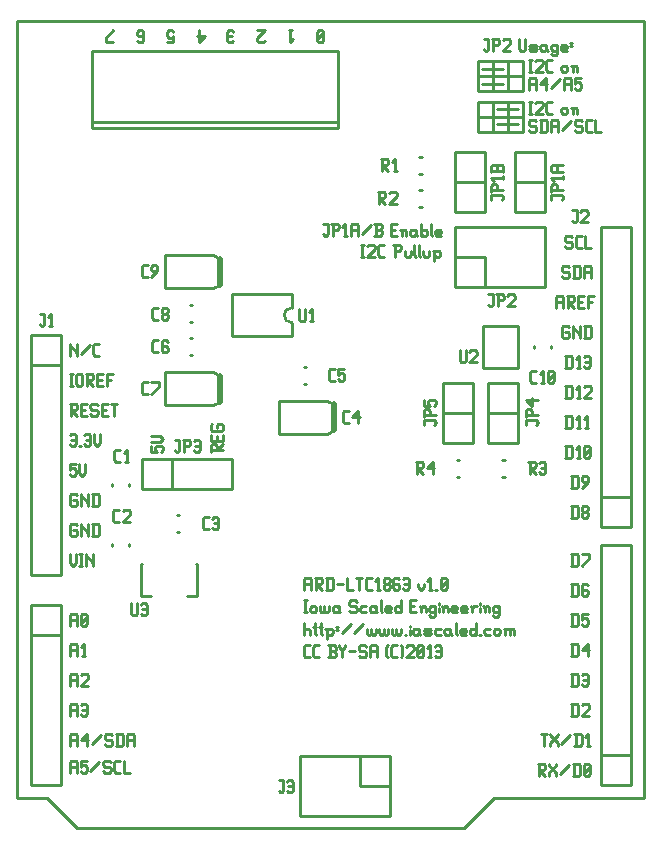
<source format=gbr>
G04 start of page 8 for group -4079 idx -4079 *
G04 Title: (unknown), topsilk *
G04 Creator: pcb 20110918 *
G04 CreationDate: Sat 02 Feb 2013 09:15:24 PM GMT UTC *
G04 For: petersen *
G04 Format: Gerber/RS-274X *
G04 PCB-Dimensions: 210000 270000 *
G04 PCB-Coordinate-Origin: lower left *
%MOIN*%
%FSLAX25Y25*%
%LNTOPSILK*%
%ADD61C,0.0200*%
%ADD60C,0.0100*%
G54D60*X209500Y269500D02*Y10500D01*
X159500D02*X149500Y500D01*
X209500Y10500D02*X159500D01*
X160500Y240100D02*X167500D01*
X160500Y235100D02*X167500D01*
X149500Y500D02*X20500D01*
X500Y10500D02*X10500D01*
X20500Y500D02*X10500Y10500D01*
X500D02*Y269500D01*
X209500D01*
X154000Y246100D02*X169000D01*
Y251100D02*X154000D01*
Y256100D02*X169000D01*
Y246100D01*
X164000Y256100D02*Y246100D01*
X159000Y256100D02*Y246100D01*
X154000Y256100D02*Y246100D01*
Y232600D02*X169000D01*
Y237600D02*X154000D01*
Y242600D02*X169000D01*
Y232600D01*
X164000Y242600D02*Y232600D01*
X159000Y242600D02*Y232600D01*
X154000Y242600D02*Y232600D01*
X155500Y253600D02*X162500D01*
X155500Y248600D02*X162500D01*
X18000Y22500D02*Y19000D01*
Y22500D02*X18500Y23000D01*
X20000D01*
X20500Y22500D01*
Y19000D01*
X18000Y21000D02*X20500D01*
X21700Y23000D02*X23700D01*
X21700D02*Y21000D01*
X22200Y21500D01*
X23200D01*
X23700Y21000D01*
Y19500D01*
X23200Y19000D02*X23700Y19500D01*
X22200Y19000D02*X23200D01*
X21700Y19500D02*X22200Y19000D01*
X24900Y19500D02*X27900Y22500D01*
X31100Y23000D02*X31600Y22500D01*
X29600Y23000D02*X31100D01*
X29100Y22500D02*X29600Y23000D01*
X29100Y22500D02*Y21500D01*
X29600Y21000D01*
X31100D01*
X31600Y20500D01*
Y19500D01*
X31100Y19000D02*X31600Y19500D01*
X29600Y19000D02*X31100D01*
X29100Y19500D02*X29600Y19000D01*
X33300D02*X34800D01*
X32800Y19500D02*X33300Y19000D01*
X32800Y22500D02*Y19500D01*
Y22500D02*X33300Y23000D01*
X34800D01*
X36000D02*Y19000D01*
X38000D01*
X18000Y31500D02*Y28000D01*
Y31500D02*X18500Y32000D01*
X20000D01*
X20500Y31500D01*
Y28000D01*
X18000Y30000D02*X20500D01*
X21700D02*X23700Y32000D01*
X21700Y30000D02*X24200D01*
X23700Y32000D02*Y28000D01*
X25400Y28500D02*X28400Y31500D01*
X31600Y32000D02*X32100Y31500D01*
X30100Y32000D02*X31600D01*
X29600Y31500D02*X30100Y32000D01*
X29600Y31500D02*Y30500D01*
X30100Y30000D01*
X31600D01*
X32100Y29500D01*
Y28500D01*
X31600Y28000D02*X32100Y28500D01*
X30100Y28000D02*X31600D01*
X29600Y28500D02*X30100Y28000D01*
X33800Y32000D02*Y28000D01*
X35300Y32000D02*X35800Y31500D01*
Y28500D01*
X35300Y28000D02*X35800Y28500D01*
X33300Y28000D02*X35300D01*
X33300Y32000D02*X35300D01*
X37000Y31500D02*Y28000D01*
Y31500D02*X37500Y32000D01*
X39000D01*
X39500Y31500D01*
Y28000D01*
X37000Y30000D02*X39500D01*
X18000Y41500D02*Y38000D01*
Y41500D02*X18500Y42000D01*
X20000D01*
X20500Y41500D01*
Y38000D01*
X18000Y40000D02*X20500D01*
X21700Y41500D02*X22200Y42000D01*
X23200D01*
X23700Y41500D01*
Y38500D01*
X23200Y38000D02*X23700Y38500D01*
X22200Y38000D02*X23200D01*
X21700Y38500D02*X22200Y38000D01*
Y40000D02*X23700D01*
X18000Y51500D02*Y48000D01*
Y51500D02*X18500Y52000D01*
X20000D01*
X20500Y51500D01*
Y48000D01*
X18000Y50000D02*X20500D01*
X21700Y51500D02*X22200Y52000D01*
X23700D01*
X24200Y51500D01*
Y50500D01*
X21700Y48000D02*X24200Y50500D01*
X21700Y48000D02*X24200D01*
X18000Y61500D02*Y58000D01*
Y61500D02*X18500Y62000D01*
X20000D01*
X20500Y61500D01*
Y58000D01*
X18000Y60000D02*X20500D01*
X22200Y58000D02*X23200D01*
X22700Y62000D02*Y58000D01*
X21700Y61000D02*X22700Y62000D01*
X18000Y71500D02*Y68000D01*
Y71500D02*X18500Y72000D01*
X20000D01*
X20500Y71500D01*
Y68000D01*
X18000Y70000D02*X20500D01*
X21700Y68500D02*X22200Y68000D01*
X21700Y71500D02*Y68500D01*
Y71500D02*X22200Y72000D01*
X23200D01*
X23700Y71500D01*
Y68500D01*
X23200Y68000D02*X23700Y68500D01*
X22200Y68000D02*X23200D01*
X21700Y69000D02*X23700Y71000D01*
X18000Y122000D02*X20000D01*
X18000D02*Y120000D01*
X18500Y120500D01*
X19500D01*
X20000Y120000D01*
Y118500D01*
X19500Y118000D02*X20000Y118500D01*
X18500Y118000D02*X19500D01*
X18000Y118500D02*X18500Y118000D01*
X21200Y122000D02*Y119000D01*
X22200Y118000D01*
X23200Y119000D01*
Y122000D02*Y119000D01*
X45000Y128000D02*Y126000D01*
X47000D01*
X46500Y126500D01*
Y127500D02*Y126500D01*
Y127500D02*X47000Y128000D01*
X48500D01*
X49000Y127500D02*X48500Y128000D01*
X49000Y127500D02*Y126500D01*
X48500Y126000D02*X49000Y126500D01*
X45000Y129200D02*X48000D01*
X49000Y130200D01*
X48000Y131200D01*
X45000D02*X48000D01*
X65000Y128000D02*Y126000D01*
Y128000D02*X65500Y128500D01*
X66500D01*
X67000Y128000D02*X66500Y128500D01*
X67000Y128000D02*Y126500D01*
X65000D02*X69000D01*
X67000D02*X69000Y128500D01*
X67000Y131200D02*Y129700D01*
X69000Y131700D02*Y129700D01*
X65000D02*X69000D01*
X65000Y131700D02*Y129700D01*
Y134900D02*X65500Y135400D01*
X65000Y134900D02*Y133400D01*
X65500Y132900D02*X65000Y133400D01*
X65500Y132900D02*X68500D01*
X69000Y133400D01*
Y134900D02*Y133400D01*
Y134900D02*X68500Y135400D01*
X67500D02*X68500D01*
X67000Y134900D02*X67500Y135400D01*
X67000Y134900D02*Y133900D01*
X18000Y131500D02*X18500Y132000D01*
X19500D01*
X20000Y131500D01*
Y128500D01*
X19500Y128000D02*X20000Y128500D01*
X18500Y128000D02*X19500D01*
X18000Y128500D02*X18500Y128000D01*
Y130000D02*X20000D01*
X21200Y128000D02*X21700D01*
X22900Y131500D02*X23400Y132000D01*
X24400D01*
X24900Y131500D01*
Y128500D01*
X24400Y128000D02*X24900Y128500D01*
X23400Y128000D02*X24400D01*
X22900Y128500D02*X23400Y128000D01*
Y130000D02*X24900D01*
X26100Y132000D02*Y129000D01*
X27100Y128000D01*
X28100Y129000D01*
Y132000D02*Y129000D01*
X18000Y152000D02*X19000D01*
X18500D02*Y148000D01*
X18000D02*X19000D01*
X20200Y151500D02*Y148500D01*
Y151500D02*X20700Y152000D01*
X21700D01*
X22200Y151500D01*
Y148500D01*
X21700Y148000D02*X22200Y148500D01*
X20700Y148000D02*X21700D01*
X20200Y148500D02*X20700Y148000D01*
X23400Y152000D02*X25400D01*
X25900Y151500D01*
Y150500D01*
X25400Y150000D02*X25900Y150500D01*
X23900Y150000D02*X25400D01*
X23900Y152000D02*Y148000D01*
Y150000D02*X25900Y148000D01*
X27100Y150000D02*X28600D01*
X27100Y148000D02*X29100D01*
X27100Y152000D02*Y148000D01*
Y152000D02*X29100D01*
X30300D02*Y148000D01*
Y152000D02*X32300D01*
X30300Y150000D02*X31800D01*
X18000Y142000D02*X20000D01*
X20500Y141500D01*
Y140500D01*
X20000Y140000D02*X20500Y140500D01*
X18500Y140000D02*X20000D01*
X18500Y142000D02*Y138000D01*
Y140000D02*X20500Y138000D01*
X21700Y140000D02*X23200D01*
X21700Y138000D02*X23700D01*
X21700Y142000D02*Y138000D01*
Y142000D02*X23700D01*
X26900D02*X27400Y141500D01*
X25400Y142000D02*X26900D01*
X24900Y141500D02*X25400Y142000D01*
X24900Y141500D02*Y140500D01*
X25400Y140000D01*
X26900D01*
X27400Y139500D01*
Y138500D01*
X26900Y138000D02*X27400Y138500D01*
X25400Y138000D02*X26900D01*
X24900Y138500D02*X25400Y138000D01*
X28600Y140000D02*X30100D01*
X28600Y138000D02*X30600D01*
X28600Y142000D02*Y138000D01*
Y142000D02*X30600D01*
X31800D02*X33800D01*
X32800D02*Y138000D01*
X18000Y162000D02*Y158000D01*
Y162000D02*Y161500D01*
X20500Y159000D01*
Y162000D02*Y158000D01*
X21700Y158500D02*X24700Y161500D01*
X26400Y158000D02*X27900D01*
X25900Y158500D02*X26400Y158000D01*
X25900Y161500D02*Y158500D01*
Y161500D02*X26400Y162000D01*
X27900D01*
X18000Y92000D02*Y89000D01*
X19000Y88000D01*
X20000Y89000D01*
Y92000D02*Y89000D01*
X21200Y92000D02*X22200D01*
X21700D02*Y88000D01*
X21200D02*X22200D01*
X23400Y92000D02*Y88000D01*
Y92000D02*Y91500D01*
X25900Y89000D01*
Y92000D02*Y88000D01*
X20000Y102000D02*X20500Y101500D01*
X18500Y102000D02*X20000D01*
X18000Y101500D02*X18500Y102000D01*
X18000Y101500D02*Y98500D01*
X18500Y98000D01*
X20000D01*
X20500Y98500D01*
Y99500D02*Y98500D01*
X20000Y100000D02*X20500Y99500D01*
X19000Y100000D02*X20000D01*
X21700Y102000D02*Y98000D01*
Y102000D02*Y101500D01*
X24200Y99000D01*
Y102000D02*Y98000D01*
X25900Y102000D02*Y98000D01*
X27400Y102000D02*X27900Y101500D01*
Y98500D01*
X27400Y98000D02*X27900Y98500D01*
X25400Y98000D02*X27400D01*
X25400Y102000D02*X27400D01*
X20000Y112000D02*X20500Y111500D01*
X18500Y112000D02*X20000D01*
X18000Y111500D02*X18500Y112000D01*
X18000Y111500D02*Y108500D01*
X18500Y108000D01*
X20000D01*
X20500Y108500D01*
Y109500D02*Y108500D01*
X20000Y110000D02*X20500Y109500D01*
X19000Y110000D02*X20000D01*
X21700Y112000D02*Y108000D01*
Y112000D02*Y111500D01*
X24200Y109000D01*
Y112000D02*Y108000D01*
X25900Y112000D02*Y108000D01*
X27400Y112000D02*X27900Y111500D01*
Y108500D01*
X27400Y108000D02*X27900Y108500D01*
X25400Y108000D02*X27400D01*
X25400Y112000D02*X27400D01*
X185500Y108000D02*Y104000D01*
X187000Y108000D02*X187500Y107500D01*
Y104500D01*
X187000Y104000D02*X187500Y104500D01*
X185000Y104000D02*X187000D01*
X185000Y108000D02*X187000D01*
X188700Y104500D02*X189200Y104000D01*
X188700Y105500D02*Y104500D01*
Y105500D02*X189200Y106000D01*
X190200D01*
X190700Y105500D01*
Y104500D01*
X190200Y104000D02*X190700Y104500D01*
X189200Y104000D02*X190200D01*
X188700Y106500D02*X189200Y106000D01*
X188700Y107500D02*Y106500D01*
Y107500D02*X189200Y108000D01*
X190200D01*
X190700Y107500D01*
Y106500D01*
X190200Y106000D02*X190700Y106500D01*
X183500Y158000D02*Y154000D01*
X185000Y158000D02*X185500Y157500D01*
Y154500D01*
X185000Y154000D02*X185500Y154500D01*
X183000Y154000D02*X185000D01*
X183000Y158000D02*X185000D01*
X187200Y154000D02*X188200D01*
X187700Y158000D02*Y154000D01*
X186700Y157000D02*X187700Y158000D01*
X189400Y157500D02*X189900Y158000D01*
X190900D01*
X191400Y157500D01*
Y154500D01*
X190900Y154000D02*X191400Y154500D01*
X189900Y154000D02*X190900D01*
X189400Y154500D02*X189900Y154000D01*
Y156000D02*X191400D01*
X183500Y148000D02*Y144000D01*
X185000Y148000D02*X185500Y147500D01*
Y144500D01*
X185000Y144000D02*X185500Y144500D01*
X183000Y144000D02*X185000D01*
X183000Y148000D02*X185000D01*
X187200Y144000D02*X188200D01*
X187700Y148000D02*Y144000D01*
X186700Y147000D02*X187700Y148000D01*
X189400Y147500D02*X189900Y148000D01*
X191400D01*
X191900Y147500D01*
Y146500D01*
X189400Y144000D02*X191900Y146500D01*
X189400Y144000D02*X191900D01*
X183500Y138000D02*Y134000D01*
X185000Y138000D02*X185500Y137500D01*
Y134500D01*
X185000Y134000D02*X185500Y134500D01*
X183000Y134000D02*X185000D01*
X183000Y138000D02*X185000D01*
X187200Y134000D02*X188200D01*
X187700Y138000D02*Y134000D01*
X186700Y137000D02*X187700Y138000D01*
X189900Y134000D02*X190900D01*
X190400Y138000D02*Y134000D01*
X189400Y137000D02*X190400Y138000D01*
X183500Y128000D02*Y124000D01*
X185000Y128000D02*X185500Y127500D01*
Y124500D01*
X185000Y124000D02*X185500Y124500D01*
X183000Y124000D02*X185000D01*
X183000Y128000D02*X185000D01*
X187200Y124000D02*X188200D01*
X187700Y128000D02*Y124000D01*
X186700Y127000D02*X187700Y128000D01*
X189400Y124500D02*X189900Y124000D01*
X189400Y127500D02*Y124500D01*
Y127500D02*X189900Y128000D01*
X190900D01*
X191400Y127500D01*
Y124500D01*
X190900Y124000D02*X191400Y124500D01*
X189900Y124000D02*X190900D01*
X189400Y125000D02*X191400Y127000D01*
X185500Y118000D02*Y114000D01*
X187000Y118000D02*X187500Y117500D01*
Y114500D01*
X187000Y114000D02*X187500Y114500D01*
X185000Y114000D02*X187000D01*
X185000Y118000D02*X187000D01*
X188700Y114000D02*X190700Y116000D01*
Y117500D02*Y116000D01*
X190200Y118000D02*X190700Y117500D01*
X189200Y118000D02*X190200D01*
X188700Y117500D02*X189200Y118000D01*
X188700Y117500D02*Y116500D01*
X189200Y116000D01*
X190700D01*
X180000Y177500D02*Y174000D01*
Y177500D02*X180500Y178000D01*
X182000D01*
X182500Y177500D01*
Y174000D01*
X180000Y176000D02*X182500D01*
X183700Y178000D02*X185700D01*
X186200Y177500D01*
Y176500D01*
X185700Y176000D02*X186200Y176500D01*
X184200Y176000D02*X185700D01*
X184200Y178000D02*Y174000D01*
Y176000D02*X186200Y174000D01*
X187400Y176000D02*X188900D01*
X187400Y174000D02*X189400D01*
X187400Y178000D02*Y174000D01*
Y178000D02*X189400D01*
X190600D02*Y174000D01*
Y178000D02*X192600D01*
X190600Y176000D02*X192100D01*
X184000Y188000D02*X184500Y187500D01*
X182500Y188000D02*X184000D01*
X182000Y187500D02*X182500Y188000D01*
X182000Y187500D02*Y186500D01*
X182500Y186000D01*
X184000D01*
X184500Y185500D01*
Y184500D01*
X184000Y184000D02*X184500Y184500D01*
X182500Y184000D02*X184000D01*
X182000Y184500D02*X182500Y184000D01*
X186200Y188000D02*Y184000D01*
X187700Y188000D02*X188200Y187500D01*
Y184500D01*
X187700Y184000D02*X188200Y184500D01*
X185700Y184000D02*X187700D01*
X185700Y188000D02*X187700D01*
X189400Y187500D02*Y184000D01*
Y187500D02*X189900Y188000D01*
X191400D01*
X191900Y187500D01*
Y184000D01*
X189400Y186000D02*X191900D01*
X185000Y198000D02*X185500Y197500D01*
X183500Y198000D02*X185000D01*
X183000Y197500D02*X183500Y198000D01*
X183000Y197500D02*Y196500D01*
X183500Y196000D01*
X185000D01*
X185500Y195500D01*
Y194500D01*
X185000Y194000D02*X185500Y194500D01*
X183500Y194000D02*X185000D01*
X183000Y194500D02*X183500Y194000D01*
X187200D02*X188700D01*
X186700Y194500D02*X187200Y194000D01*
X186700Y197500D02*Y194500D01*
Y197500D02*X187200Y198000D01*
X188700D01*
X189900D02*Y194000D01*
X191900D01*
X184000Y168000D02*X184500Y167500D01*
X182500Y168000D02*X184000D01*
X182000Y167500D02*X182500Y168000D01*
X182000Y167500D02*Y164500D01*
X182500Y164000D01*
X184000D01*
X184500Y164500D01*
Y165500D02*Y164500D01*
X184000Y166000D02*X184500Y165500D01*
X183000Y166000D02*X184000D01*
X185700Y168000D02*Y164000D01*
Y168000D02*Y167500D01*
X188200Y165000D01*
Y168000D02*Y164000D01*
X189900Y168000D02*Y164000D01*
X191400Y168000D02*X191900Y167500D01*
Y164500D01*
X191400Y164000D02*X191900Y164500D01*
X189400Y164000D02*X191400D01*
X189400Y168000D02*X191400D01*
X115000Y195000D02*X116000D01*
X115500D02*Y191000D01*
X115000D02*X116000D01*
X117200Y194500D02*X117700Y195000D01*
X119200D01*
X119700Y194500D01*
Y193500D01*
X117200Y191000D02*X119700Y193500D01*
X117200Y191000D02*X119700D01*
X121400D02*X122900D01*
X120900Y191500D02*X121400Y191000D01*
X120900Y194500D02*Y191500D01*
Y194500D02*X121400Y195000D01*
X122900D01*
X126400D02*Y191000D01*
X125900Y195000D02*X127900D01*
X128400Y194500D01*
Y193500D01*
X127900Y193000D02*X128400Y193500D01*
X126400Y193000D02*X127900D01*
X129600D02*Y191500D01*
X130100Y191000D01*
X131100D01*
X131600Y191500D01*
Y193000D02*Y191500D01*
X132800Y195000D02*Y191500D01*
X133300Y191000D01*
X134300Y195000D02*Y191500D01*
X134800Y191000D01*
X135800Y193000D02*Y191500D01*
X136300Y191000D01*
X137300D01*
X137800Y191500D01*
Y193000D02*Y191500D01*
X139500Y192500D02*Y189500D01*
X139000Y193000D02*X139500Y192500D01*
X140000Y193000D01*
X141000D01*
X141500Y192500D01*
Y191500D01*
X141000Y191000D02*X141500Y191500D01*
X140000Y191000D02*X141000D01*
X139500Y191500D02*X140000Y191000D01*
X102500Y202000D02*X104000D01*
Y198500D01*
X103500Y198000D02*X104000Y198500D01*
X103000Y198000D02*X103500D01*
X102500Y198500D02*X103000Y198000D01*
X105700Y202000D02*Y198000D01*
X105200Y202000D02*X107200D01*
X107700Y201500D01*
Y200500D01*
X107200Y200000D02*X107700Y200500D01*
X105700Y200000D02*X107200D01*
X109400Y198000D02*X110400D01*
X109900Y202000D02*Y198000D01*
X108900Y201000D02*X109900Y202000D01*
X111600Y201500D02*Y198000D01*
Y201500D02*X112100Y202000D01*
X113600D01*
X114100Y201500D01*
Y198000D01*
X111600Y200000D02*X114100D01*
X115300Y198500D02*X118300Y201500D01*
X119500Y198000D02*X121500D01*
X122000Y198500D01*
Y199500D02*Y198500D01*
X121500Y200000D02*X122000Y199500D01*
X120000Y200000D02*X121500D01*
X120000Y202000D02*Y198000D01*
X119500Y202000D02*X121500D01*
X122000Y201500D01*
Y200500D01*
X121500Y200000D02*X122000Y200500D01*
X125000Y200000D02*X126500D01*
X125000Y198000D02*X127000D01*
X125000Y202000D02*Y198000D01*
Y202000D02*X127000D01*
X128700Y199500D02*Y198000D01*
Y199500D02*X129200Y200000D01*
X129700D01*
X130200Y199500D01*
Y198000D01*
X128200Y200000D02*X128700Y199500D01*
X132900Y200000D02*X133400Y199500D01*
X131900Y200000D02*X132900D01*
X131400Y199500D02*X131900Y200000D01*
X131400Y199500D02*Y198500D01*
X131900Y198000D01*
X133400Y200000D02*Y198500D01*
X133900Y198000D01*
X131900D02*X132900D01*
X133400Y198500D01*
X135100Y202000D02*Y198000D01*
Y198500D02*X135600Y198000D01*
X136600D01*
X137100Y198500D01*
Y199500D02*Y198500D01*
X136600Y200000D02*X137100Y199500D01*
X135600Y200000D02*X136600D01*
X135100Y199500D02*X135600Y200000D01*
X138300Y202000D02*Y198500D01*
X138800Y198000D01*
X140300D02*X141800D01*
X139800Y198500D02*X140300Y198000D01*
X139800Y199500D02*Y198500D01*
Y199500D02*X140300Y200000D01*
X141300D01*
X141800Y199500D01*
X139800Y199000D02*X141800D01*
Y199500D02*Y199000D01*
X185500Y52000D02*Y48000D01*
X187000Y52000D02*X187500Y51500D01*
Y48500D01*
X187000Y48000D02*X187500Y48500D01*
X185000Y48000D02*X187000D01*
X185000Y52000D02*X187000D01*
X188700Y51500D02*X189200Y52000D01*
X190200D01*
X190700Y51500D01*
Y48500D01*
X190200Y48000D02*X190700Y48500D01*
X189200Y48000D02*X190200D01*
X188700Y48500D02*X189200Y48000D01*
Y50000D02*X190700D01*
X185500Y62000D02*Y58000D01*
X187000Y62000D02*X187500Y61500D01*
Y58500D01*
X187000Y58000D02*X187500Y58500D01*
X185000Y58000D02*X187000D01*
X185000Y62000D02*X187000D01*
X188700Y60000D02*X190700Y62000D01*
X188700Y60000D02*X191200D01*
X190700Y62000D02*Y58000D01*
X185500Y42000D02*Y38000D01*
X187000Y42000D02*X187500Y41500D01*
Y38500D01*
X187000Y38000D02*X187500Y38500D01*
X185000Y38000D02*X187000D01*
X185000Y42000D02*X187000D01*
X188700Y41500D02*X189200Y42000D01*
X190700D01*
X191200Y41500D01*
Y40500D01*
X188700Y38000D02*X191200Y40500D01*
X188700Y38000D02*X191200D01*
X174000Y22000D02*X176000D01*
X176500Y21500D01*
Y20500D01*
X176000Y20000D02*X176500Y20500D01*
X174500Y20000D02*X176000D01*
X174500Y22000D02*Y18000D01*
Y20000D02*X176500Y18000D01*
X177700Y22000D02*Y21500D01*
X180200Y19000D01*
Y18000D01*
X177700Y19000D02*Y18000D01*
Y19000D02*X180200Y21500D01*
Y22000D02*Y21500D01*
X181400Y18500D02*X184400Y21500D01*
X186100Y22000D02*Y18000D01*
X187600Y22000D02*X188100Y21500D01*
Y18500D01*
X187600Y18000D02*X188100Y18500D01*
X185600Y18000D02*X187600D01*
X185600Y22000D02*X187600D01*
X189300Y18500D02*X189800Y18000D01*
X189300Y21500D02*Y18500D01*
Y21500D02*X189800Y22000D01*
X190800D01*
X191300Y21500D01*
Y18500D01*
X190800Y18000D02*X191300Y18500D01*
X189800Y18000D02*X190800D01*
X189300Y19000D02*X191300Y21000D01*
X175000Y32000D02*X177000D01*
X176000D02*Y28000D01*
X178200Y32000D02*Y31500D01*
X180700Y29000D01*
Y28000D01*
X178200Y29000D02*Y28000D01*
Y29000D02*X180700Y31500D01*
Y32000D02*Y31500D01*
X181900Y28500D02*X184900Y31500D01*
X186600Y32000D02*Y28000D01*
X188100Y32000D02*X188600Y31500D01*
Y28500D01*
X188100Y28000D02*X188600Y28500D01*
X186100Y28000D02*X188100D01*
X186100Y32000D02*X188100D01*
X190300Y28000D02*X191300D01*
X190800Y32000D02*Y28000D01*
X189800Y31000D02*X190800Y32000D01*
X185500Y92000D02*Y88000D01*
X187000Y92000D02*X187500Y91500D01*
Y88500D01*
X187000Y88000D02*X187500Y88500D01*
X185000Y88000D02*X187000D01*
X185000Y92000D02*X187000D01*
X188700Y88000D02*X191200Y90500D01*
Y92000D02*Y90500D01*
X188700Y92000D02*X191200D01*
X96000Y83500D02*Y80000D01*
Y83500D02*X96500Y84000D01*
X98000D01*
X98500Y83500D01*
Y80000D01*
X96000Y82000D02*X98500D01*
X99700Y84000D02*X101700D01*
X102200Y83500D01*
Y82500D01*
X101700Y82000D02*X102200Y82500D01*
X100200Y82000D02*X101700D01*
X100200Y84000D02*Y80000D01*
Y82000D02*X102200Y80000D01*
X103900Y84000D02*Y80000D01*
X105400Y84000D02*X105900Y83500D01*
Y80500D01*
X105400Y80000D02*X105900Y80500D01*
X103400Y80000D02*X105400D01*
X103400Y84000D02*X105400D01*
X107100Y82000D02*X109100D01*
X110300Y84000D02*Y80000D01*
X112300D01*
X113500Y84000D02*X115500D01*
X114500D02*Y80000D01*
X117200D02*X118700D01*
X116700Y80500D02*X117200Y80000D01*
X116700Y83500D02*Y80500D01*
Y83500D02*X117200Y84000D01*
X118700D01*
X120400Y80000D02*X121400D01*
X120900Y84000D02*Y80000D01*
X119900Y83000D02*X120900Y84000D01*
X122600Y80500D02*X123100Y80000D01*
X122600Y81500D02*Y80500D01*
Y81500D02*X123100Y82000D01*
X124100D01*
X124600Y81500D01*
Y80500D01*
X124100Y80000D02*X124600Y80500D01*
X123100Y80000D02*X124100D01*
X122600Y82500D02*X123100Y82000D01*
X122600Y83500D02*Y82500D01*
Y83500D02*X123100Y84000D01*
X124100D01*
X124600Y83500D01*
Y82500D01*
X124100Y82000D02*X124600Y82500D01*
X127300Y84000D02*X127800Y83500D01*
X126300Y84000D02*X127300D01*
X125800Y83500D02*X126300Y84000D01*
X125800Y83500D02*Y80500D01*
X126300Y80000D01*
X127300Y82000D02*X127800Y81500D01*
X125800Y82000D02*X127300D01*
X126300Y80000D02*X127300D01*
X127800Y80500D01*
Y81500D02*Y80500D01*
X129000Y83500D02*X129500Y84000D01*
X130500D01*
X131000Y83500D01*
Y80500D01*
X130500Y80000D02*X131000Y80500D01*
X129500Y80000D02*X130500D01*
X129000Y80500D02*X129500Y80000D01*
Y82000D02*X131000D01*
X134000D02*Y81000D01*
X135000Y80000D01*
X136000Y81000D01*
Y82000D02*Y81000D01*
X137700Y80000D02*X138700D01*
X138200Y84000D02*Y80000D01*
X137200Y83000D02*X138200Y84000D01*
X139900Y80000D02*X140400D01*
X141600Y80500D02*X142100Y80000D01*
X141600Y83500D02*Y80500D01*
Y83500D02*X142100Y84000D01*
X143100D01*
X143600Y83500D01*
Y80500D01*
X143100Y80000D02*X143600Y80500D01*
X142100Y80000D02*X143100D01*
X141600Y81000D02*X143600Y83000D01*
X96000Y76500D02*X97000D01*
X96500D02*Y72500D01*
X96000D02*X97000D01*
X98200Y74000D02*Y73000D01*
Y74000D02*X98700Y74500D01*
X99700D01*
X100200Y74000D01*
Y73000D01*
X99700Y72500D02*X100200Y73000D01*
X98700Y72500D02*X99700D01*
X98200Y73000D02*X98700Y72500D01*
X101400Y74500D02*Y73000D01*
X101900Y72500D01*
X102400D01*
X102900Y73000D01*
Y74500D02*Y73000D01*
X103400Y72500D01*
X103900D01*
X104400Y73000D01*
Y74500D02*Y73000D01*
X107100Y74500D02*X107600Y74000D01*
X106100Y74500D02*X107100D01*
X105600Y74000D02*X106100Y74500D01*
X105600Y74000D02*Y73000D01*
X106100Y72500D01*
X107600Y74500D02*Y73000D01*
X108100Y72500D01*
X106100D02*X107100D01*
X107600Y73000D01*
X113100Y76500D02*X113600Y76000D01*
X111600Y76500D02*X113100D01*
X111100Y76000D02*X111600Y76500D01*
X111100Y76000D02*Y75000D01*
X111600Y74500D01*
X113100D01*
X113600Y74000D01*
Y73000D01*
X113100Y72500D02*X113600Y73000D01*
X111600Y72500D02*X113100D01*
X111100Y73000D02*X111600Y72500D01*
X115300Y74500D02*X116800D01*
X114800Y74000D02*X115300Y74500D01*
X114800Y74000D02*Y73000D01*
X115300Y72500D01*
X116800D01*
X119500Y74500D02*X120000Y74000D01*
X118500Y74500D02*X119500D01*
X118000Y74000D02*X118500Y74500D01*
X118000Y74000D02*Y73000D01*
X118500Y72500D01*
X120000Y74500D02*Y73000D01*
X120500Y72500D01*
X118500D02*X119500D01*
X120000Y73000D01*
X121700Y76500D02*Y73000D01*
X122200Y72500D01*
X123700D02*X125200D01*
X123200Y73000D02*X123700Y72500D01*
X123200Y74000D02*Y73000D01*
Y74000D02*X123700Y74500D01*
X124700D01*
X125200Y74000D01*
X123200Y73500D02*X125200D01*
Y74000D02*Y73500D01*
X128400Y76500D02*Y72500D01*
X127900D02*X128400Y73000D01*
X126900Y72500D02*X127900D01*
X126400Y73000D02*X126900Y72500D01*
X126400Y74000D02*Y73000D01*
Y74000D02*X126900Y74500D01*
X127900D01*
X128400Y74000D01*
X131400Y74500D02*X132900D01*
X131400Y72500D02*X133400D01*
X131400Y76500D02*Y72500D01*
Y76500D02*X133400D01*
X135100Y74000D02*Y72500D01*
Y74000D02*X135600Y74500D01*
X136100D01*
X136600Y74000D01*
Y72500D01*
X134600Y74500D02*X135100Y74000D01*
X139300Y74500D02*X139800Y74000D01*
X138300Y74500D02*X139300D01*
X137800Y74000D02*X138300Y74500D01*
X137800Y74000D02*Y73000D01*
X138300Y72500D01*
X139300D01*
X139800Y73000D01*
X137800Y71500D02*X138300Y71000D01*
X139300D01*
X139800Y71500D01*
Y74500D02*Y71500D01*
X141000Y75500D02*Y75000D01*
Y74000D02*Y72500D01*
X142500Y74000D02*Y72500D01*
Y74000D02*X143000Y74500D01*
X143500D01*
X144000Y74000D01*
Y72500D01*
X142000Y74500D02*X142500Y74000D01*
X145700Y72500D02*X147200D01*
X145200Y73000D02*X145700Y72500D01*
X145200Y74000D02*Y73000D01*
Y74000D02*X145700Y74500D01*
X146700D01*
X147200Y74000D01*
X145200Y73500D02*X147200D01*
Y74000D02*Y73500D01*
X148900Y72500D02*X150400D01*
X148400Y73000D02*X148900Y72500D01*
X148400Y74000D02*Y73000D01*
Y74000D02*X148900Y74500D01*
X149900D01*
X150400Y74000D01*
X148400Y73500D02*X150400D01*
Y74000D02*Y73500D01*
X152100Y74000D02*Y72500D01*
Y74000D02*X152600Y74500D01*
X153600D01*
X151600D02*X152100Y74000D01*
X154800Y75500D02*Y75000D01*
Y74000D02*Y72500D01*
X156300Y74000D02*Y72500D01*
Y74000D02*X156800Y74500D01*
X157300D01*
X157800Y74000D01*
Y72500D01*
X155800Y74500D02*X156300Y74000D01*
X160500Y74500D02*X161000Y74000D01*
X159500Y74500D02*X160500D01*
X159000Y74000D02*X159500Y74500D01*
X159000Y74000D02*Y73000D01*
X159500Y72500D01*
X160500D01*
X161000Y73000D01*
X159000Y71500D02*X159500Y71000D01*
X160500D01*
X161000Y71500D01*
Y74500D02*Y71500D01*
X96000Y69000D02*Y65000D01*
Y66500D02*X96500Y67000D01*
X97500D01*
X98000Y66500D01*
Y65000D01*
X99700Y69000D02*Y65500D01*
X100200Y65000D01*
X99200Y67500D02*X100200D01*
X101700Y69000D02*Y65500D01*
X102200Y65000D01*
X101200Y67500D02*X102200D01*
X103700Y66500D02*Y63500D01*
X103200Y67000D02*X103700Y66500D01*
X104200Y67000D01*
X105200D01*
X105700Y66500D01*
Y65500D01*
X105200Y65000D02*X105700Y65500D01*
X104200Y65000D02*X105200D01*
X103700Y65500D02*X104200Y65000D01*
X106900Y67500D02*X107400D01*
X106900Y66500D02*X107400D01*
X108600Y65500D02*X111600Y68500D01*
X112800Y65500D02*X115800Y68500D01*
X117000Y67000D02*Y65500D01*
X117500Y65000D01*
X118000D01*
X118500Y65500D01*
Y67000D02*Y65500D01*
X119000Y65000D01*
X119500D01*
X120000Y65500D01*
Y67000D02*Y65500D01*
X121200Y67000D02*Y65500D01*
X121700Y65000D01*
X122200D01*
X122700Y65500D01*
Y67000D02*Y65500D01*
X123200Y65000D01*
X123700D01*
X124200Y65500D01*
Y67000D02*Y65500D01*
X125400Y67000D02*Y65500D01*
X125900Y65000D01*
X126400D01*
X126900Y65500D01*
Y67000D02*Y65500D01*
X127400Y65000D01*
X127900D01*
X128400Y65500D01*
Y67000D02*Y65500D01*
X129600Y65000D02*X130100D01*
X131300Y68000D02*Y67500D01*
Y66500D02*Y65000D01*
X133800Y67000D02*X134300Y66500D01*
X132800Y67000D02*X133800D01*
X132300Y66500D02*X132800Y67000D01*
X132300Y66500D02*Y65500D01*
X132800Y65000D01*
X134300Y67000D02*Y65500D01*
X134800Y65000D01*
X132800D02*X133800D01*
X134300Y65500D01*
X136500Y65000D02*X138000D01*
X138500Y65500D01*
X138000Y66000D02*X138500Y65500D01*
X136500Y66000D02*X138000D01*
X136000Y66500D02*X136500Y66000D01*
X136000Y66500D02*X136500Y67000D01*
X138000D01*
X138500Y66500D01*
X136000Y65500D02*X136500Y65000D01*
X140200Y67000D02*X141700D01*
X139700Y66500D02*X140200Y67000D01*
X139700Y66500D02*Y65500D01*
X140200Y65000D01*
X141700D01*
X144400Y67000D02*X144900Y66500D01*
X143400Y67000D02*X144400D01*
X142900Y66500D02*X143400Y67000D01*
X142900Y66500D02*Y65500D01*
X143400Y65000D01*
X144900Y67000D02*Y65500D01*
X145400Y65000D01*
X143400D02*X144400D01*
X144900Y65500D01*
X146600Y69000D02*Y65500D01*
X147100Y65000D01*
X148600D02*X150100D01*
X148100Y65500D02*X148600Y65000D01*
X148100Y66500D02*Y65500D01*
Y66500D02*X148600Y67000D01*
X149600D01*
X150100Y66500D01*
X148100Y66000D02*X150100D01*
Y66500D02*Y66000D01*
X153300Y69000D02*Y65000D01*
X152800D02*X153300Y65500D01*
X151800Y65000D02*X152800D01*
X151300Y65500D02*X151800Y65000D01*
X151300Y66500D02*Y65500D01*
Y66500D02*X151800Y67000D01*
X152800D01*
X153300Y66500D01*
X154500Y65000D02*X155000D01*
X156700Y67000D02*X158200D01*
X156200Y66500D02*X156700Y67000D01*
X156200Y66500D02*Y65500D01*
X156700Y65000D01*
X158200D01*
X159400Y66500D02*Y65500D01*
Y66500D02*X159900Y67000D01*
X160900D01*
X161400Y66500D01*
Y65500D01*
X160900Y65000D02*X161400Y65500D01*
X159900Y65000D02*X160900D01*
X159400Y65500D02*X159900Y65000D01*
X163100Y66500D02*Y65000D01*
Y66500D02*X163600Y67000D01*
X164100D01*
X164600Y66500D01*
Y65000D01*
Y66500D02*X165100Y67000D01*
X165600D01*
X166100Y66500D01*
Y65000D01*
X162600Y67000D02*X163100Y66500D01*
X96500Y57500D02*X98000D01*
X96000Y58000D02*X96500Y57500D01*
X96000Y61000D02*Y58000D01*
Y61000D02*X96500Y61500D01*
X98000D01*
X99700Y57500D02*X101200D01*
X99200Y58000D02*X99700Y57500D01*
X99200Y61000D02*Y58000D01*
Y61000D02*X99700Y61500D01*
X101200D01*
X104200Y57500D02*X106200D01*
X106700Y58000D01*
Y59000D02*Y58000D01*
X106200Y59500D02*X106700Y59000D01*
X104700Y59500D02*X106200D01*
X104700Y61500D02*Y57500D01*
X104200Y61500D02*X106200D01*
X106700Y61000D01*
Y60000D01*
X106200Y59500D02*X106700Y60000D01*
X107900Y61500D02*Y61000D01*
X108900Y60000D01*
X109900Y61000D01*
Y61500D02*Y61000D01*
X108900Y60000D02*Y57500D01*
X111100Y59500D02*X113100D01*
X116300Y61500D02*X116800Y61000D01*
X114800Y61500D02*X116300D01*
X114300Y61000D02*X114800Y61500D01*
X114300Y61000D02*Y60000D01*
X114800Y59500D01*
X116300D01*
X116800Y59000D01*
Y58000D01*
X116300Y57500D02*X116800Y58000D01*
X114800Y57500D02*X116300D01*
X114300Y58000D02*X114800Y57500D01*
X118000Y61000D02*Y57500D01*
Y61000D02*X118500Y61500D01*
X120000D01*
X120500Y61000D01*
Y57500D01*
X118000Y59500D02*X120500D01*
X123500Y58000D02*X124000Y57500D01*
X123500Y61000D02*X124000Y61500D01*
X123500Y61000D02*Y58000D01*
X125700Y57500D02*X127200D01*
X125200Y58000D02*X125700Y57500D01*
X125200Y61000D02*Y58000D01*
Y61000D02*X125700Y61500D01*
X127200D01*
X128400D02*X128900Y61000D01*
Y58000D01*
X128400Y57500D02*X128900Y58000D01*
X130100Y61000D02*X130600Y61500D01*
X132100D01*
X132600Y61000D01*
Y60000D01*
X130100Y57500D02*X132600Y60000D01*
X130100Y57500D02*X132600D01*
X133800Y58000D02*X134300Y57500D01*
X133800Y61000D02*Y58000D01*
Y61000D02*X134300Y61500D01*
X135300D01*
X135800Y61000D01*
Y58000D01*
X135300Y57500D02*X135800Y58000D01*
X134300Y57500D02*X135300D01*
X133800Y58500D02*X135800Y60500D01*
X137500Y57500D02*X138500D01*
X138000Y61500D02*Y57500D01*
X137000Y60500D02*X138000Y61500D01*
X139700Y61000D02*X140200Y61500D01*
X141200D01*
X141700Y61000D01*
Y58000D01*
X141200Y57500D02*X141700Y58000D01*
X140200Y57500D02*X141200D01*
X139700Y58000D02*X140200Y57500D01*
Y59500D02*X141700D01*
X185500Y82000D02*Y78000D01*
X187000Y82000D02*X187500Y81500D01*
Y78500D01*
X187000Y78000D02*X187500Y78500D01*
X185000Y78000D02*X187000D01*
X185000Y82000D02*X187000D01*
X190200D02*X190700Y81500D01*
X189200Y82000D02*X190200D01*
X188700Y81500D02*X189200Y82000D01*
X188700Y81500D02*Y78500D01*
X189200Y78000D01*
X190200Y80000D02*X190700Y79500D01*
X188700Y80000D02*X190200D01*
X189200Y78000D02*X190200D01*
X190700Y78500D01*
Y79500D02*Y78500D01*
X185500Y72000D02*Y68000D01*
X187000Y72000D02*X187500Y71500D01*
Y68500D01*
X187000Y68000D02*X187500Y68500D01*
X185000Y68000D02*X187000D01*
X185000Y72000D02*X187000D01*
X188700D02*X190700D01*
X188700D02*Y70000D01*
X189200Y70500D01*
X190200D01*
X190700Y70000D01*
Y68500D01*
X190200Y68000D02*X190700Y68500D01*
X189200Y68000D02*X190200D01*
X188700Y68500D02*X189200Y68000D01*
X171000Y256600D02*X172000D01*
X171500D02*Y252600D01*
X171000D02*X172000D01*
X173200Y256100D02*X173700Y256600D01*
X175200D01*
X175700Y256100D01*
Y255100D01*
X173200Y252600D02*X175700Y255100D01*
X173200Y252600D02*X175700D01*
X177400D02*X178900D01*
X176900Y253100D02*X177400Y252600D01*
X176900Y256100D02*Y253100D01*
Y256100D02*X177400Y256600D01*
X178900D01*
X181900Y254100D02*Y253100D01*
Y254100D02*X182400Y254600D01*
X183400D01*
X183900Y254100D01*
Y253100D01*
X183400Y252600D02*X183900Y253100D01*
X182400Y252600D02*X183400D01*
X181900Y253100D02*X182400Y252600D01*
X185600Y254100D02*Y252600D01*
Y254100D02*X186100Y254600D01*
X186600D01*
X187100Y254100D01*
Y252600D01*
X185100Y254600D02*X185600Y254100D01*
X171000Y250100D02*Y246600D01*
Y250100D02*X171500Y250600D01*
X173000D01*
X173500Y250100D01*
Y246600D01*
X171000Y248600D02*X173500D01*
X174700D02*X176700Y250600D01*
X174700Y248600D02*X177200D01*
X176700Y250600D02*Y246600D01*
X178400Y247100D02*X181400Y250100D01*
X182600D02*Y246600D01*
Y250100D02*X183100Y250600D01*
X184600D01*
X185100Y250100D01*
Y246600D01*
X182600Y248600D02*X185100D01*
X186300Y250600D02*X188300D01*
X186300D02*Y248600D01*
X186800Y249100D01*
X187800D01*
X188300Y248600D01*
Y247100D01*
X187800Y246600D02*X188300Y247100D01*
X186800Y246600D02*X187800D01*
X186300Y247100D02*X186800Y246600D01*
X171000Y242600D02*X172000D01*
X171500D02*Y238600D01*
X171000D02*X172000D01*
X173200Y242100D02*X173700Y242600D01*
X175200D01*
X175700Y242100D01*
Y241100D01*
X173200Y238600D02*X175700Y241100D01*
X173200Y238600D02*X175700D01*
X177400D02*X178900D01*
X176900Y239100D02*X177400Y238600D01*
X176900Y242100D02*Y239100D01*
Y242100D02*X177400Y242600D01*
X178900D01*
X181900Y240100D02*Y239100D01*
Y240100D02*X182400Y240600D01*
X183400D01*
X183900Y240100D01*
Y239100D01*
X183400Y238600D02*X183900Y239100D01*
X182400Y238600D02*X183400D01*
X181900Y239100D02*X182400Y238600D01*
X185600Y240100D02*Y238600D01*
Y240100D02*X186100Y240600D01*
X186600D01*
X187100Y240100D01*
Y238600D01*
X185100Y240600D02*X185600Y240100D01*
X173000Y236600D02*X173500Y236100D01*
X171500Y236600D02*X173000D01*
X171000Y236100D02*X171500Y236600D01*
X171000Y236100D02*Y235100D01*
X171500Y234600D01*
X173000D01*
X173500Y234100D01*
Y233100D01*
X173000Y232600D02*X173500Y233100D01*
X171500Y232600D02*X173000D01*
X171000Y233100D02*X171500Y232600D01*
X175200Y236600D02*Y232600D01*
X176700Y236600D02*X177200Y236100D01*
Y233100D01*
X176700Y232600D02*X177200Y233100D01*
X174700Y232600D02*X176700D01*
X174700Y236600D02*X176700D01*
X178400Y236100D02*Y232600D01*
Y236100D02*X178900Y236600D01*
X180400D01*
X180900Y236100D01*
Y232600D01*
X178400Y234600D02*X180900D01*
X182100Y233100D02*X185100Y236100D01*
X188300Y236600D02*X188800Y236100D01*
X186800Y236600D02*X188300D01*
X186300Y236100D02*X186800Y236600D01*
X186300Y236100D02*Y235100D01*
X186800Y234600D01*
X188300D01*
X188800Y234100D01*
Y233100D01*
X188300Y232600D02*X188800Y233100D01*
X186800Y232600D02*X188300D01*
X186300Y233100D02*X186800Y232600D01*
X190500D02*X192000D01*
X190000Y233100D02*X190500Y232600D01*
X190000Y236100D02*Y233100D01*
Y236100D02*X190500Y236600D01*
X192000D01*
X193200D02*Y232600D01*
X195200D01*
X156000Y263600D02*X157500D01*
Y260100D01*
X157000Y259600D02*X157500Y260100D01*
X156500Y259600D02*X157000D01*
X156000Y260100D02*X156500Y259600D01*
X159200Y263600D02*Y259600D01*
X158700Y263600D02*X160700D01*
X161200Y263100D01*
Y262100D01*
X160700Y261600D02*X161200Y262100D01*
X159200Y261600D02*X160700D01*
X162400Y263100D02*X162900Y263600D01*
X164400D01*
X164900Y263100D01*
Y262100D01*
X162400Y259600D02*X164900Y262100D01*
X162400Y259600D02*X164900D01*
X167900Y263600D02*Y260100D01*
X168400Y259600D01*
X169400D01*
X169900Y260100D01*
Y263600D02*Y260100D01*
X171600Y259600D02*X173100D01*
X173600Y260100D01*
X173100Y260600D02*X173600Y260100D01*
X171600Y260600D02*X173100D01*
X171100Y261100D02*X171600Y260600D01*
X171100Y261100D02*X171600Y261600D01*
X173100D01*
X173600Y261100D01*
X171100Y260100D02*X171600Y259600D01*
X176300Y261600D02*X176800Y261100D01*
X175300Y261600D02*X176300D01*
X174800Y261100D02*X175300Y261600D01*
X174800Y261100D02*Y260100D01*
X175300Y259600D01*
X176800Y261600D02*Y260100D01*
X177300Y259600D01*
X175300D02*X176300D01*
X176800Y260100D01*
X180000Y261600D02*X180500Y261100D01*
X179000Y261600D02*X180000D01*
X178500Y261100D02*X179000Y261600D01*
X178500Y261100D02*Y260100D01*
X179000Y259600D01*
X180000D01*
X180500Y260100D01*
X178500Y258600D02*X179000Y258100D01*
X180000D01*
X180500Y258600D01*
Y261600D02*Y258600D01*
X182200Y259600D02*X183700D01*
X181700Y260100D02*X182200Y259600D01*
X181700Y261100D02*Y260100D01*
Y261100D02*X182200Y261600D01*
X183200D01*
X183700Y261100D01*
X181700Y260600D02*X183700D01*
Y261100D02*Y260600D01*
X184900Y262100D02*X185400D01*
X184900Y261100D02*X185400D01*
X32500Y266500D02*X30000Y264000D01*
Y262500D01*
X32500D01*
X41000D02*X40500Y263000D01*
X41000Y262500D02*X42000D01*
X42500Y263000D02*X42000Y262500D01*
X42500Y266000D02*Y263000D01*
Y266000D02*X42000Y266500D01*
X41000Y264500D02*X40500Y265000D01*
X41000Y264500D02*X42500D01*
X41000Y266500D02*X42000D01*
X41000D02*X40500Y266000D01*
Y265000D01*
X50500Y262500D02*X52500D01*
Y264500D02*Y262500D01*
Y264500D02*X52000Y264000D01*
X51000D02*X52000D01*
X51000D02*X50500Y264500D01*
Y266000D02*Y264500D01*
X51000Y266500D02*X50500Y266000D01*
X51000Y266500D02*X52000D01*
X52500Y266000D02*X52000Y266500D01*
X63000Y264500D02*X61000Y262500D01*
X60500Y264500D02*X63000D01*
X61000Y266500D02*Y262500D01*
X72500Y263000D02*X72000Y262500D01*
X71000D02*X72000D01*
X71000D02*X70500Y263000D01*
Y266000D02*Y263000D01*
X71000Y266500D02*X70500Y266000D01*
X71000Y266500D02*X72000D01*
X72500Y266000D02*X72000Y266500D01*
X70500Y264500D02*X72000D01*
X83000Y263000D02*X82500Y262500D01*
X81000D02*X82500D01*
X81000D02*X80500Y263000D01*
Y264000D02*Y263000D01*
X83000Y266500D02*X80500Y264000D01*
Y266500D02*X83000D01*
X91000D02*X92000D01*
X91500D02*Y262500D01*
X92500Y263500D02*X91500Y262500D01*
X102500Y266000D02*X102000Y266500D01*
X102500Y266000D02*Y263000D01*
X102000Y262500D01*
X101000D02*X102000D01*
X101000D02*X100500Y263000D01*
Y266000D02*Y263000D01*
X101000Y266500D02*X100500Y266000D01*
X101000Y266500D02*X102000D01*
X102500Y265500D02*X100500Y263500D01*
X167500Y167900D02*Y154000D01*
X155700Y167900D02*X167500D01*
X155700D02*Y154000D01*
X167500D01*
X146500Y181000D02*X176500D01*
Y201000D02*Y181000D01*
X146500Y201000D02*X176500D01*
X146500D02*Y181000D01*
X156500Y191000D02*Y181000D01*
X146500Y191000D02*X156500D01*
X166500Y226000D02*Y206000D01*
X176500D01*
Y226000D02*Y206000D01*
X166500Y226000D02*X176500D01*
X166500Y216000D02*X176500D01*
Y226000D02*Y216000D01*
X146500Y226000D02*Y206000D01*
X156500D01*
Y226000D02*Y206000D01*
X146500Y226000D02*X156500D01*
X146500Y216000D02*X156500D01*
Y226000D02*Y216000D01*
X172745Y161393D02*Y160607D01*
X178255Y161393D02*Y160607D01*
X205000Y95000D02*Y15000D01*
X195000Y95000D02*X205000D01*
X195000D02*Y15000D01*
X205000D01*
X195000Y25000D02*X205000D01*
X195000D02*Y15000D01*
X205000Y201000D02*Y101000D01*
X195000Y201000D02*X205000D01*
X195000D02*Y101000D01*
X205000D01*
X195000Y111000D02*X205000D01*
X195000D02*Y101000D01*
X134521Y218745D02*X135307D01*
X134521Y224255D02*X135307D01*
X134564Y207745D02*X135350D01*
X134564Y213255D02*X135350D01*
X162150Y117745D02*X162936D01*
X162150Y123255D02*X162936D01*
X157500Y149000D02*Y129000D01*
X167500D01*
Y149000D01*
X157500D01*
Y139000D02*X167500D01*
Y149000D01*
X142500D02*Y129000D01*
X152500D01*
Y149000D01*
X142500D01*
Y139000D02*X152500D01*
Y149000D01*
X147107Y123255D02*X147893D01*
X147107Y117745D02*X147893D01*
X5000Y165000D02*Y85000D01*
X15000D01*
Y165000D01*
X5000D01*
Y155000D02*X15000D01*
Y165000D01*
X5000Y75000D02*Y15000D01*
X15000D01*
Y75000D01*
X5000D01*
Y65000D02*X15000D01*
Y75000D01*
X32245Y115350D02*Y114564D01*
X37755Y115350D02*Y114564D01*
Y95393D02*Y94607D01*
X32245Y95393D02*Y94607D01*
X42000Y113500D02*X72000D01*
Y123500D02*Y113500D01*
X42000Y123500D02*X72000D01*
X42000D02*Y113500D01*
X52000Y123500D02*Y113500D01*
X42000Y123500D02*X52000D01*
X60250Y88485D02*Y77855D01*
X41750Y88485D02*Y77855D01*
X57000D02*X60250D01*
X41750D02*X45000D01*
X60071Y88485D02*X60250D01*
X41750D02*X41929D01*
X94803Y24449D02*X124803D01*
X94803D02*Y4449D01*
X124803D01*
Y24449D02*Y4449D01*
X114803Y24449D02*Y14449D01*
X124803D01*
X96107Y148745D02*X96893D01*
X96107Y154255D02*X96893D01*
X53607Y99245D02*X54393D01*
X53607Y104755D02*X54393D01*
G54D61*X68100Y151300D02*Y142700D01*
G54D60*Y151300D02*X65700Y152500D01*
X49900D02*X65700D01*
X49900D02*Y141500D01*
X65700D01*
X68100Y142700D01*
G54D61*X106100Y141800D02*Y133200D01*
G54D60*Y141800D02*X103700Y143000D01*
X87900D02*X103700D01*
X87900D02*Y132000D01*
X103700D01*
X106100Y133200D01*
X107500Y259500D02*Y234000D01*
X25500Y259500D02*Y234000D01*
X107500D01*
X25500Y236000D02*X107500D01*
X25500Y259500D02*X107500D01*
X58107Y169245D02*X58893D01*
X58107Y174755D02*X58893D01*
G54D61*X68100Y190300D02*Y181700D01*
G54D60*Y190300D02*X65700Y191500D01*
X49900D02*X65700D01*
X49900D02*Y180500D01*
X65700D01*
X68100Y181700D01*
X72000Y178500D02*X92000D01*
Y174000D01*
Y169000D02*Y164500D01*
X72000D02*X92000D01*
X72000Y178500D02*Y164500D01*
X92000Y174000D02*G75*G03X92000Y169000I0J-2500D01*G01*
X58107Y158245D02*X58893D01*
X58107Y163755D02*X58893D01*
X8000Y172000D02*X9500D01*
Y168500D01*
X9000Y168000D02*X9500Y168500D01*
X8500Y168000D02*X9000D01*
X8000Y168500D02*X8500Y168000D01*
X11200D02*X12200D01*
X11700Y172000D02*Y168000D01*
X10700Y171000D02*X11700Y172000D01*
X32893Y102650D02*X34393D01*
X32393Y103150D02*X32893Y102650D01*
X32393Y106150D02*Y103150D01*
Y106150D02*X32893Y106650D01*
X34393D01*
X35593Y106150D02*X36093Y106650D01*
X37593D01*
X38093Y106150D01*
Y105150D01*
X35593Y102650D02*X38093Y105150D01*
X35593Y102650D02*X38093D01*
X38505Y75500D02*Y72000D01*
X39005Y71500D01*
X40005D01*
X40505Y72000D01*
Y75500D02*Y72000D01*
X41705Y75000D02*X42205Y75500D01*
X43205D01*
X43705Y75000D01*
Y72000D01*
X43205Y71500D02*X43705Y72000D01*
X42205Y71500D02*X43205D01*
X41705Y72000D02*X42205Y71500D01*
Y73500D02*X43705D01*
X87697Y16551D02*X89197D01*
Y13051D01*
X88697Y12551D02*X89197Y13051D01*
X88197Y12551D02*X88697D01*
X87697Y13051D02*X88197Y12551D01*
X90397Y16051D02*X90897Y16551D01*
X91897D01*
X92397Y16051D01*
Y13051D01*
X91897Y12551D02*X92397Y13051D01*
X90897Y12551D02*X91897D01*
X90397Y13051D02*X90897Y12551D01*
Y14551D02*X92397D01*
X33307Y122650D02*X34807D01*
X32807Y123150D02*X33307Y122650D01*
X32807Y126150D02*Y123150D01*
Y126150D02*X33307Y126650D01*
X34807D01*
X36507Y122650D02*X37507D01*
X37007Y126650D02*Y122650D01*
X36007Y125650D02*X37007Y126650D01*
X185500Y206500D02*X187000D01*
Y203000D01*
X186500Y202500D02*X187000Y203000D01*
X186000Y202500D02*X186500D01*
X185500Y203000D02*X186000Y202500D01*
X188200Y206000D02*X188700Y206500D01*
X190200D01*
X190700Y206000D01*
Y205000D01*
X188200Y202500D02*X190700Y205000D01*
X188200Y202500D02*X190700D01*
X178500Y211500D02*Y210000D01*
Y211500D02*X182000D01*
X182500Y211000D02*X182000Y211500D01*
X182500Y211000D02*Y210500D01*
X182000Y210000D02*X182500Y210500D01*
X178500Y213200D02*X182500D01*
X178500Y214700D02*Y212700D01*
Y214700D02*X179000Y215200D01*
X180000D01*
X180500Y214700D02*X180000Y215200D01*
X180500Y214700D02*Y213200D01*
X182500Y217900D02*Y216900D01*
X178500Y217400D02*X182500D01*
X179500Y216400D02*X178500Y217400D01*
X179000Y219100D02*X182500D01*
X179000D02*X178500Y219600D01*
Y221100D02*Y219600D01*
Y221100D02*X179000Y221600D01*
X182500D01*
X180500D02*Y219100D01*
X158500Y211500D02*Y210000D01*
Y211500D02*X162000D01*
X162500Y211000D02*X162000Y211500D01*
X162500Y211000D02*Y210500D01*
X162000Y210000D02*X162500Y210500D01*
X158500Y213200D02*X162500D01*
X158500Y214700D02*Y212700D01*
Y214700D02*X159000Y215200D01*
X160000D01*
X160500Y214700D02*X160000Y215200D01*
X160500Y214700D02*Y213200D01*
X162500Y217900D02*Y216900D01*
X158500Y217400D02*X162500D01*
X159500Y216400D02*X158500Y217400D01*
X162500Y221100D02*Y219100D01*
Y221100D02*X162000Y221600D01*
X161000D02*X162000D01*
X160500Y221100D02*X161000Y221600D01*
X160500Y221100D02*Y219600D01*
X158500D02*X162500D01*
X158500Y221100D02*Y219100D01*
Y221100D02*X159000Y221600D01*
X160000D01*
X160500Y221100D02*X160000Y221600D01*
X121721Y223650D02*X123721D01*
X124221Y223150D01*
Y222150D01*
X123721Y221650D02*X124221Y222150D01*
X122221Y221650D02*X123721D01*
X122221Y223650D02*Y219650D01*
Y221650D02*X124221Y219650D01*
X125921D02*X126921D01*
X126421Y223650D02*Y219650D01*
X125421Y222650D02*X126421Y223650D01*
X120721Y212650D02*X122721D01*
X123221Y212150D01*
Y211150D01*
X122721Y210650D02*X123221Y211150D01*
X121221Y210650D02*X122721D01*
X121221Y212650D02*Y208650D01*
Y210650D02*X123221Y208650D01*
X124421Y212150D02*X124921Y212650D01*
X126421D01*
X126921Y212150D01*
Y211150D01*
X124421Y208650D02*X126921Y211150D01*
X124421Y208650D02*X126921D01*
X170764Y122650D02*X172764D01*
X173264Y122150D01*
Y121150D01*
X172764Y120650D02*X173264Y121150D01*
X171264Y120650D02*X172764D01*
X171264Y122650D02*Y118650D01*
Y120650D02*X173264Y118650D01*
X174464Y122150D02*X174964Y122650D01*
X175964D01*
X176464Y122150D01*
Y119150D01*
X175964Y118650D02*X176464Y119150D01*
X174964Y118650D02*X175964D01*
X174464Y119150D02*X174964Y118650D01*
Y120650D02*X176464D01*
X133307Y122650D02*X135307D01*
X135807Y122150D01*
Y121150D01*
X135307Y120650D02*X135807Y121150D01*
X133807Y120650D02*X135307D01*
X133807Y122650D02*Y118650D01*
Y120650D02*X135807Y118650D01*
X137007Y120650D02*X139007Y122650D01*
X137007Y120650D02*X139507D01*
X139007Y122650D02*Y118650D01*
X170000Y136500D02*Y135000D01*
Y136500D02*X173500D01*
X174000Y136000D02*X173500Y136500D01*
X174000Y136000D02*Y135500D01*
X173500Y135000D02*X174000Y135500D01*
X170000Y138200D02*X174000D01*
X170000Y139700D02*Y137700D01*
Y139700D02*X170500Y140200D01*
X171500D01*
X172000Y139700D02*X171500Y140200D01*
X172000Y139700D02*Y138200D01*
Y141400D02*X170000Y143400D01*
X172000Y143900D02*Y141400D01*
X170000Y143400D02*X174000D01*
X136000Y136500D02*Y135000D01*
Y136500D02*X139500D01*
X140000Y136000D02*X139500Y136500D01*
X140000Y136000D02*Y135500D01*
X139500Y135000D02*X140000Y135500D01*
X136000Y138200D02*X140000D01*
X136000Y139700D02*Y137700D01*
Y139700D02*X136500Y140200D01*
X137500D01*
X138000Y139700D02*X137500Y140200D01*
X138000Y139700D02*Y138200D01*
X136000Y143400D02*Y141400D01*
X138000D01*
X137500Y141900D01*
Y142900D02*Y141900D01*
Y142900D02*X138000Y143400D01*
X139500D01*
X140000Y142900D02*X139500Y143400D01*
X140000Y142900D02*Y141900D01*
X139500Y141400D02*X140000Y141900D01*
X148000Y159800D02*Y156300D01*
X148500Y155800D01*
X149500D01*
X150000Y156300D01*
Y159800D02*Y156300D01*
X151200Y159300D02*X151700Y159800D01*
X153200D01*
X153700Y159300D01*
Y158300D01*
X151200Y155800D02*X153700Y158300D01*
X151200Y155800D02*X153700D01*
X157500Y178500D02*X159000D01*
Y175000D01*
X158500Y174500D02*X159000Y175000D01*
X158000Y174500D02*X158500D01*
X157500Y175000D02*X158000Y174500D01*
X160700Y178500D02*Y174500D01*
X160200Y178500D02*X162200D01*
X162700Y178000D01*
Y177000D01*
X162200Y176500D02*X162700Y177000D01*
X160700Y176500D02*X162200D01*
X163900Y178000D02*X164400Y178500D01*
X165900D01*
X166400Y178000D01*
Y177000D01*
X163900Y174500D02*X166400Y177000D01*
X163900Y174500D02*X166400D01*
X172000Y149000D02*X173500D01*
X171500Y149500D02*X172000Y149000D01*
X171500Y152500D02*Y149500D01*
Y152500D02*X172000Y153000D01*
X173500D01*
X175200Y149000D02*X176200D01*
X175700Y153000D02*Y149000D01*
X174700Y152000D02*X175700Y153000D01*
X177400Y149500D02*X177900Y149000D01*
X177400Y152500D02*Y149500D01*
Y152500D02*X177900Y153000D01*
X178900D01*
X179400Y152500D01*
Y149500D01*
X178900Y149000D02*X179400Y149500D01*
X177900Y149000D02*X178900D01*
X177400Y150000D02*X179400Y152000D01*
X62807Y100150D02*X64307D01*
X62307Y100650D02*X62807Y100150D01*
X62307Y103650D02*Y100650D01*
Y103650D02*X62807Y104150D01*
X64307D01*
X65507Y103650D02*X66007Y104150D01*
X67007D01*
X67507Y103650D01*
Y100650D01*
X67007Y100150D02*X67507Y100650D01*
X66007Y100150D02*X67007D01*
X65507Y100650D02*X66007Y100150D01*
Y102150D02*X67507D01*
X53000Y130000D02*X54500D01*
Y126500D01*
X54000Y126000D02*X54500Y126500D01*
X53500Y126000D02*X54000D01*
X53000Y126500D02*X53500Y126000D01*
X56200Y130000D02*Y126000D01*
X55700Y130000D02*X57700D01*
X58200Y129500D01*
Y128500D01*
X57700Y128000D02*X58200Y128500D01*
X56200Y128000D02*X57700D01*
X59400Y129500D02*X59900Y130000D01*
X60900D01*
X61400Y129500D01*
Y126500D01*
X60900Y126000D02*X61400Y126500D01*
X59900Y126000D02*X60900D01*
X59400Y126500D02*X59900Y126000D01*
Y128000D02*X61400D01*
X45936Y169978D02*X47436D01*
X45436Y170478D02*X45936Y169978D01*
X45436Y173478D02*Y170478D01*
Y173478D02*X45936Y173978D01*
X47436D01*
X48636Y170478D02*X49136Y169978D01*
X48636Y171478D02*Y170478D01*
Y171478D02*X49136Y171978D01*
X50136D01*
X50636Y171478D01*
Y170478D01*
X50136Y169978D02*X50636Y170478D01*
X49136Y169978D02*X50136D01*
X48636Y172478D02*X49136Y171978D01*
X48636Y173478D02*Y172478D01*
Y173478D02*X49136Y173978D01*
X50136D01*
X50636Y173478D01*
Y172478D01*
X50136Y171978D02*X50636Y172478D01*
X42500Y184100D02*X44000D01*
X42000Y184600D02*X42500Y184100D01*
X42000Y187600D02*Y184600D01*
Y187600D02*X42500Y188100D01*
X44000D01*
X45200Y184100D02*X47200Y186100D01*
Y187600D02*Y186100D01*
X46700Y188100D02*X47200Y187600D01*
X45700Y188100D02*X46700D01*
X45200Y187600D02*X45700Y188100D01*
X45200Y187600D02*Y186600D01*
X45700Y186100D01*
X47200D01*
X45936Y159150D02*X47436D01*
X45436Y159650D02*X45936Y159150D01*
X45436Y162650D02*Y159650D01*
Y162650D02*X45936Y163150D01*
X47436D01*
X50136D02*X50636Y162650D01*
X49136Y163150D02*X50136D01*
X48636Y162650D02*X49136Y163150D01*
X48636Y162650D02*Y159650D01*
X49136Y159150D01*
X50136Y161150D02*X50636Y160650D01*
X48636Y161150D02*X50136D01*
X49136Y159150D02*X50136D01*
X50636Y159650D01*
Y160650D02*Y159650D01*
X42500Y145100D02*X44000D01*
X42000Y145600D02*X42500Y145100D01*
X42000Y148600D02*Y145600D01*
Y148600D02*X42500Y149100D01*
X44000D01*
X45200Y145100D02*X47700Y147600D01*
Y149100D02*Y147600D01*
X45200Y149100D02*X47700D01*
X94500Y173500D02*Y170000D01*
X95000Y169500D01*
X96000D01*
X96500Y170000D01*
Y173500D02*Y170000D01*
X98200Y169500D02*X99200D01*
X98700Y173500D02*Y169500D01*
X97700Y172500D02*X98700Y173500D01*
X109500Y135600D02*X111000D01*
X109000Y136100D02*X109500Y135600D01*
X109000Y139100D02*Y136100D01*
Y139100D02*X109500Y139600D01*
X111000D01*
X112200Y137600D02*X114200Y139600D01*
X112200Y137600D02*X114700D01*
X114200Y139600D02*Y135600D01*
X104850Y149650D02*X106350D01*
X104350Y150150D02*X104850Y149650D01*
X104350Y153150D02*Y150150D01*
Y153150D02*X104850Y153650D01*
X106350D01*
X107550D02*X109550D01*
X107550D02*Y151650D01*
X108050Y152150D01*
X109050D01*
X109550Y151650D01*
Y150150D01*
X109050Y149650D02*X109550Y150150D01*
X108050Y149650D02*X109050D01*
X107550Y150150D02*X108050Y149650D01*
M02*

</source>
